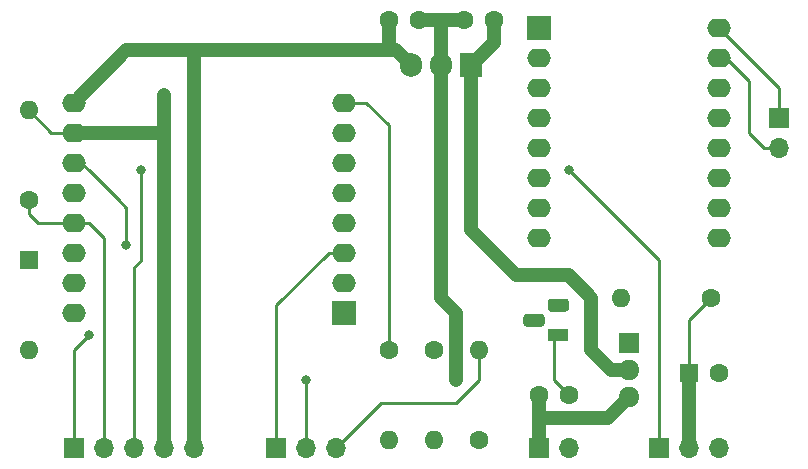
<source format=gbr>
%TF.GenerationSoftware,KiCad,Pcbnew,(5.1.6-0-10_14)*%
%TF.CreationDate,2020-07-19T18:00:59+02:00*%
%TF.ProjectId,UselessV3,5573656c-6573-4735-9633-2e6b69636164,rev?*%
%TF.SameCoordinates,Original*%
%TF.FileFunction,Copper,L1,Top*%
%TF.FilePolarity,Positive*%
%FSLAX46Y46*%
G04 Gerber Fmt 4.6, Leading zero omitted, Abs format (unit mm)*
G04 Created by KiCad (PCBNEW (5.1.6-0-10_14)) date 2020-07-19 18:00:59*
%MOMM*%
%LPD*%
G01*
G04 APERTURE LIST*
%TA.AperFunction,ComponentPad*%
%ADD10O,2.000000X1.600000*%
%TD*%
%TA.AperFunction,ComponentPad*%
%ADD11R,2.000000X2.000000*%
%TD*%
%TA.AperFunction,ComponentPad*%
%ADD12C,1.600000*%
%TD*%
%TA.AperFunction,ComponentPad*%
%ADD13O,1.600000X1.600000*%
%TD*%
%TA.AperFunction,ComponentPad*%
%ADD14O,1.700000X1.700000*%
%TD*%
%TA.AperFunction,ComponentPad*%
%ADD15R,1.700000X1.700000*%
%TD*%
%TA.AperFunction,ComponentPad*%
%ADD16O,1.905000X2.000000*%
%TD*%
%TA.AperFunction,ComponentPad*%
%ADD17R,1.905000X2.000000*%
%TD*%
%TA.AperFunction,ComponentPad*%
%ADD18R,1.800000X1.100000*%
%TD*%
%TA.AperFunction,ComponentPad*%
%ADD19O,1.800000X1.717500*%
%TD*%
%TA.AperFunction,ComponentPad*%
%ADD20R,1.800000X1.717500*%
%TD*%
%TA.AperFunction,ComponentPad*%
%ADD21R,1.600000X1.600000*%
%TD*%
%TA.AperFunction,ViaPad*%
%ADD22C,1.200000*%
%TD*%
%TA.AperFunction,ViaPad*%
%ADD23C,0.800000*%
%TD*%
%TA.AperFunction,Conductor*%
%ADD24C,0.250000*%
%TD*%
%TA.AperFunction,Conductor*%
%ADD25C,1.200000*%
%TD*%
G04 APERTURE END LIST*
D10*
%TO.P,U2,16*%
%TO.N,Net-(U2-Pad16)*%
X123060000Y-97985000D03*
%TO.P,U2,15*%
%TO.N,Net-(U2-Pad15)*%
X123060000Y-95445000D03*
%TO.P,U2,14*%
%TO.N,Net-(U2-Pad14)*%
X123060000Y-92905000D03*
%TO.P,U2,13*%
%TO.N,Net-(J4-Pad2)*%
X123060000Y-90365000D03*
%TO.P,U2,12*%
%TO.N,N_POWER_OFF*%
X123060000Y-87825000D03*
%TO.P,U2,11*%
%TO.N,Net-(U2-Pad11)*%
X123060000Y-85285000D03*
%TO.P,U2,10*%
%TO.N,GND*%
X123060000Y-82745000D03*
%TO.P,U2,9*%
%TO.N,+5V*%
X123060000Y-80205000D03*
%TO.P,U2,8*%
%TO.N,+3V3*%
X145920000Y-80205000D03*
%TO.P,U2,7*%
%TO.N,Net-(J3-Pad1)*%
X145920000Y-82745000D03*
%TO.P,U2,6*%
%TO.N,Net-(J4-Pad3)*%
X145920000Y-85285000D03*
%TO.P,U2,5*%
%TO.N,Net-(U2-Pad5)*%
X145920000Y-87825000D03*
%TO.P,U2,4*%
%TO.N,Net-(J4-Pad1)*%
X145920000Y-90365000D03*
%TO.P,U2,3*%
%TO.N,Net-(J2-Pad1)*%
X145920000Y-92905000D03*
D11*
%TO.P,U2,1*%
%TO.N,Net-(U2-Pad1)*%
X145920000Y-97985000D03*
D10*
%TO.P,U2,2*%
%TO.N,Net-(U2-Pad2)*%
X145920000Y-95445000D03*
%TD*%
D12*
%TO.P,C3,2*%
%TO.N,GND*%
X152270000Y-73220000D03*
%TO.P,C3,1*%
%TO.N,+5V*%
X149770000Y-73220000D03*
%TD*%
%TO.P,C2,2*%
%TO.N,GND*%
X156120000Y-73220000D03*
%TO.P,C2,1*%
%TO.N,+6V*%
X158620000Y-73220000D03*
%TD*%
%TO.P,C1,2*%
%TO.N,GND*%
X164970000Y-104970000D03*
%TO.P,C1,1*%
%TO.N,Net-(C1-Pad1)*%
X162470000Y-104970000D03*
%TD*%
D13*
%TO.P,R5,2*%
%TO.N,GND*%
X119250000Y-80840000D03*
D12*
%TO.P,R5,1*%
%TO.N,Net-(J4-Pad2)*%
X119250000Y-88460000D03*
%TD*%
D13*
%TO.P,R4,2*%
%TO.N,Net-(J2-Pad1)*%
X149730000Y-108780000D03*
D12*
%TO.P,R4,1*%
%TO.N,+3V3*%
X149730000Y-101160000D03*
%TD*%
D13*
%TO.P,R3,2*%
%TO.N,GND*%
X153540000Y-108780000D03*
D12*
%TO.P,R3,1*%
%TO.N,Net-(D1-Pad2)*%
X153540000Y-101160000D03*
%TD*%
D13*
%TO.P,R2,2*%
%TO.N,Net-(D1-Pad2)*%
X169415000Y-96715000D03*
D12*
%TO.P,R2,1*%
%TO.N,+6V*%
X177035000Y-96715000D03*
%TD*%
D13*
%TO.P,R1,2*%
%TO.N,N_POWER_ON*%
X157350000Y-101160000D03*
D12*
%TO.P,R1,1*%
%TO.N,Net-(C1-Pad1)*%
X157350000Y-108780000D03*
%TD*%
D14*
%TO.P,J5,2*%
%TO.N,Net-(J5-Pad2)*%
X182750000Y-84015000D03*
D15*
%TO.P,J5,1*%
%TO.N,Net-(J5-Pad1)*%
X182750000Y-81475000D03*
%TD*%
D14*
%TO.P,J2,3*%
%TO.N,N_POWER_ON*%
X145285000Y-109415000D03*
%TO.P,J2,2*%
%TO.N,GND*%
X142745000Y-109415000D03*
D15*
%TO.P,J2,1*%
%TO.N,Net-(J2-Pad1)*%
X140205000Y-109415000D03*
%TD*%
D14*
%TO.P,J1,2*%
%TO.N,GND*%
X164970000Y-109415000D03*
D15*
%TO.P,J1,1*%
%TO.N,Net-(C1-Pad1)*%
X162430000Y-109415000D03*
%TD*%
D10*
%TO.P,U3,16*%
%TO.N,Net-(J5-Pad1)*%
X177670000Y-73855000D03*
%TO.P,U3,15*%
%TO.N,Net-(J5-Pad2)*%
X177670000Y-76395000D03*
%TO.P,U3,14*%
%TO.N,Net-(U3-Pad14)*%
X177670000Y-78935000D03*
%TO.P,U3,13*%
%TO.N,Net-(U3-Pad13)*%
X177670000Y-81475000D03*
%TO.P,U3,12*%
%TO.N,+5V*%
X177670000Y-84015000D03*
%TO.P,U3,11*%
%TO.N,GND*%
X177670000Y-86555000D03*
%TO.P,U3,10*%
%TO.N,Net-(U2-Pad14)*%
X177670000Y-89095000D03*
%TO.P,U3,9*%
%TO.N,Net-(U2-Pad11)*%
X177670000Y-91635000D03*
%TO.P,U3,8*%
%TO.N,Net-(U3-Pad8)*%
X162430000Y-91635000D03*
%TO.P,U3,7*%
%TO.N,Net-(U3-Pad7)*%
X162430000Y-89095000D03*
%TO.P,U3,6*%
%TO.N,Net-(U3-Pad6)*%
X162430000Y-86555000D03*
%TO.P,U3,5*%
%TO.N,Net-(U3-Pad5)*%
X162430000Y-84015000D03*
%TO.P,U3,4*%
%TO.N,Net-(U3-Pad4)*%
X162430000Y-81475000D03*
%TO.P,U3,3*%
%TO.N,Net-(U3-Pad3)*%
X162430000Y-78935000D03*
D11*
%TO.P,U3,1*%
%TO.N,Net-(U3-Pad1)*%
X162430000Y-73855000D03*
D10*
%TO.P,U3,2*%
%TO.N,Net-(U3-Pad2)*%
X162430000Y-76395000D03*
%TD*%
D16*
%TO.P,U1,3*%
%TO.N,+5V*%
X151635000Y-77030000D03*
%TO.P,U1,2*%
%TO.N,GND*%
X154175000Y-77030000D03*
D17*
%TO.P,U1,1*%
%TO.N,+6V*%
X156715000Y-77030000D03*
%TD*%
D18*
%TO.P,Q2,1*%
%TO.N,GND*%
X164100000Y-99890000D03*
%TO.P,Q2,3*%
%TO.N,N_POWER_ON*%
%TA.AperFunction,ComponentPad*%
G36*
G01*
X164725000Y-97900000D02*
X163475000Y-97900000D01*
G75*
G02*
X163200000Y-97625000I0J275000D01*
G01*
X163200000Y-97075000D01*
G75*
G02*
X163475000Y-96800000I275000J0D01*
G01*
X164725000Y-96800000D01*
G75*
G02*
X165000000Y-97075000I0J-275000D01*
G01*
X165000000Y-97625000D01*
G75*
G02*
X164725000Y-97900000I-275000J0D01*
G01*
G37*
%TD.AperFunction*%
%TO.P,Q2,2*%
%TO.N,Net-(D1-Pad2)*%
%TA.AperFunction,ComponentPad*%
G36*
G01*
X162655000Y-99170000D02*
X161405000Y-99170000D01*
G75*
G02*
X161130000Y-98895000I0J275000D01*
G01*
X161130000Y-98345000D01*
G75*
G02*
X161405000Y-98070000I275000J0D01*
G01*
X162655000Y-98070000D01*
G75*
G02*
X162930000Y-98345000I0J-275000D01*
G01*
X162930000Y-98895000D01*
G75*
G02*
X162655000Y-99170000I-275000J0D01*
G01*
G37*
%TD.AperFunction*%
%TD*%
D19*
%TO.P,Q1,3*%
%TO.N,Net-(C1-Pad1)*%
X170050000Y-105105000D03*
%TO.P,Q1,2*%
%TO.N,+6V*%
X170050000Y-102815000D03*
D20*
%TO.P,Q1,1*%
%TO.N,N_POWER_ON*%
X170050000Y-100525000D03*
%TD*%
D14*
%TO.P,J4,5*%
%TO.N,+5V*%
X133220000Y-109415000D03*
%TO.P,J4,4*%
%TO.N,GND*%
X130680000Y-109415000D03*
%TO.P,J4,3*%
%TO.N,Net-(J4-Pad3)*%
X128140000Y-109415000D03*
%TO.P,J4,2*%
%TO.N,Net-(J4-Pad2)*%
X125600000Y-109415000D03*
D15*
%TO.P,J4,1*%
%TO.N,Net-(J4-Pad1)*%
X123060000Y-109415000D03*
%TD*%
D14*
%TO.P,J3,3*%
%TO.N,GND*%
X177670000Y-109415000D03*
%TO.P,J3,2*%
%TO.N,+6V*%
X175130000Y-109415000D03*
D15*
%TO.P,J3,1*%
%TO.N,Net-(J3-Pad1)*%
X172590000Y-109415000D03*
%TD*%
D13*
%TO.P,D1,2*%
%TO.N,Net-(D1-Pad2)*%
X119250000Y-101160000D03*
D21*
%TO.P,D1,1*%
%TO.N,N_POWER_OFF*%
X119250000Y-93540000D03*
%TD*%
D12*
%TO.P,C4,2*%
%TO.N,GND*%
X177670000Y-103065000D03*
D21*
%TO.P,C4,1*%
%TO.N,+6V*%
X175170000Y-103065000D03*
%TD*%
D22*
%TO.N,GND*%
X130680000Y-79570000D03*
X155445000Y-103700000D03*
D23*
X154175000Y-82745000D03*
D22*
X130680000Y-103700000D03*
D23*
X142745000Y-103700000D03*
%TO.N,Net-(J3-Pad1)*%
X164970000Y-85920000D03*
%TO.N,Net-(J4-Pad3)*%
X128775000Y-85920000D03*
%TO.N,Net-(J4-Pad1)*%
X124330000Y-99890000D03*
%TO.N,Net-(U2-Pad11)*%
X127505000Y-92270000D03*
%TD*%
D24*
%TO.N,GND*%
X163700000Y-103700000D02*
X163700000Y-99890000D01*
X164970000Y-104970000D02*
X163700000Y-103700000D01*
D25*
X154175000Y-73220000D02*
X154175000Y-77030000D01*
X154175000Y-73220000D02*
X156120000Y-73220000D01*
X154175000Y-73220000D02*
X152270000Y-73220000D01*
X154175000Y-80205000D02*
X154175000Y-77030000D01*
X154175000Y-96715000D02*
X155445000Y-97985000D01*
X155445000Y-97985000D02*
X155445000Y-103700000D01*
X154175000Y-83380000D02*
X154175000Y-96715000D01*
D24*
X121155000Y-82745000D02*
X119250000Y-80840000D01*
X123060000Y-82745000D02*
X121155000Y-82745000D01*
D25*
X154175000Y-82745000D02*
X154175000Y-83380000D01*
X154175000Y-80205000D02*
X154175000Y-82745000D01*
X130680000Y-109415000D02*
X130680000Y-87825000D01*
X130680000Y-87825000D02*
X130680000Y-82745000D01*
X123060000Y-82745000D02*
X130680000Y-82745000D01*
X130680000Y-82745000D02*
X130680000Y-79570000D01*
D24*
X142745000Y-109415000D02*
X142745000Y-103700000D01*
D25*
%TO.N,Net-(C1-Pad1)*%
X162430000Y-105010000D02*
X162470000Y-104970000D01*
X162430000Y-106875000D02*
X168280000Y-106875000D01*
X162430000Y-109415000D02*
X162430000Y-106875000D01*
X168280000Y-106875000D02*
X170050000Y-105105000D01*
X162430000Y-106875000D02*
X162430000Y-105010000D01*
%TO.N,+6V*%
X156715000Y-77030000D02*
X156715000Y-91000000D01*
X156715000Y-91000000D02*
X160525000Y-94810000D01*
X160525000Y-94810000D02*
X164970000Y-94810000D01*
X164970000Y-94810000D02*
X166875000Y-96715000D01*
X166875000Y-96715000D02*
X166875000Y-101160000D01*
X168530000Y-102815000D02*
X170050000Y-102815000D01*
X166875000Y-101160000D02*
X168530000Y-102815000D01*
X175170000Y-109375000D02*
X175130000Y-109415000D01*
X158620000Y-75125000D02*
X156715000Y-77030000D01*
X158620000Y-73220000D02*
X158620000Y-75125000D01*
X175130000Y-103105000D02*
X175170000Y-103065000D01*
X175130000Y-109415000D02*
X175130000Y-103105000D01*
D24*
X175170000Y-98580000D02*
X175170000Y-103065000D01*
X177035000Y-96715000D02*
X175170000Y-98580000D01*
D25*
%TO.N,+5V*%
X150365000Y-75760000D02*
X151635000Y-77030000D01*
X149770000Y-75720000D02*
X149730000Y-75760000D01*
X149770000Y-73220000D02*
X149770000Y-75720000D01*
X149730000Y-75760000D02*
X150365000Y-75760000D01*
X134490000Y-75760000D02*
X149730000Y-75760000D01*
X127505000Y-75760000D02*
X130045000Y-75760000D01*
X123060000Y-80205000D02*
X127505000Y-75760000D01*
X128140000Y-75760000D02*
X130045000Y-75760000D01*
X133220000Y-75760000D02*
X134490000Y-75760000D01*
X133220000Y-109415000D02*
X133220000Y-75760000D01*
X130045000Y-75760000D02*
X133220000Y-75760000D01*
D24*
%TO.N,N_POWER_ON*%
X145285000Y-109415000D02*
X149095000Y-105605000D01*
X149095000Y-105605000D02*
X155445000Y-105605000D01*
X157350000Y-103700000D02*
X157350000Y-101160000D01*
X155445000Y-105605000D02*
X157350000Y-103700000D01*
%TO.N,Net-(J2-Pad1)*%
X140205000Y-109415000D02*
X140205000Y-97350000D01*
X144650000Y-92905000D02*
X145920000Y-92905000D01*
X140205000Y-97350000D02*
X144650000Y-92905000D01*
%TO.N,Net-(J3-Pad1)*%
X172590000Y-93540000D02*
X164970000Y-85920000D01*
X172590000Y-109415000D02*
X172590000Y-93540000D01*
%TO.N,Net-(J4-Pad3)*%
X128140000Y-109415000D02*
X128140000Y-94175000D01*
X128775000Y-85920000D02*
X128775000Y-93540000D01*
X128140000Y-94175000D02*
X128775000Y-93540000D01*
%TO.N,Net-(J4-Pad2)*%
X119250000Y-88460000D02*
X119250000Y-89591370D01*
X123060000Y-90365000D02*
X120023630Y-90365000D01*
X120023630Y-90365000D02*
X119954315Y-90295685D01*
X119250000Y-89591370D02*
X119954315Y-90295685D01*
X125600000Y-109415000D02*
X125600000Y-91635000D01*
X123060000Y-90365000D02*
X124330000Y-90365000D01*
X124330000Y-90365000D02*
X125600000Y-91635000D01*
%TO.N,Net-(J4-Pad1)*%
X123060000Y-101160000D02*
X123060000Y-109415000D01*
X124330000Y-99890000D02*
X123060000Y-101160000D01*
%TO.N,Net-(J5-Pad2)*%
X178285000Y-76395000D02*
X180210000Y-78320000D01*
X177670000Y-76395000D02*
X178285000Y-76395000D01*
X182750000Y-84015000D02*
X181480000Y-84015000D01*
X180210000Y-82745000D02*
X180210000Y-82110000D01*
X181480000Y-84015000D02*
X180210000Y-82745000D01*
X180210000Y-78320000D02*
X180210000Y-82110000D01*
%TO.N,Net-(J5-Pad1)*%
X177670000Y-74490000D02*
X177870000Y-74490000D01*
X177670000Y-73855000D02*
X182750000Y-78935000D01*
X182750000Y-78935000D02*
X182750000Y-81475000D01*
%TO.N,+3V3*%
X149730000Y-101160000D02*
X149730000Y-82110000D01*
X147825000Y-80205000D02*
X145920000Y-80205000D01*
X149730000Y-82110000D02*
X147825000Y-80205000D01*
%TO.N,Net-(U2-Pad11)*%
X123675000Y-85285000D02*
X124320000Y-85930000D01*
X123060000Y-85285000D02*
X123675000Y-85285000D01*
X124310000Y-85920000D02*
X124320000Y-85930000D01*
X127505000Y-89115000D02*
X126860000Y-88470000D01*
X127505000Y-92270000D02*
X127505000Y-89115000D01*
X124320000Y-85930000D02*
X126860000Y-88470000D01*
%TD*%
M02*

</source>
